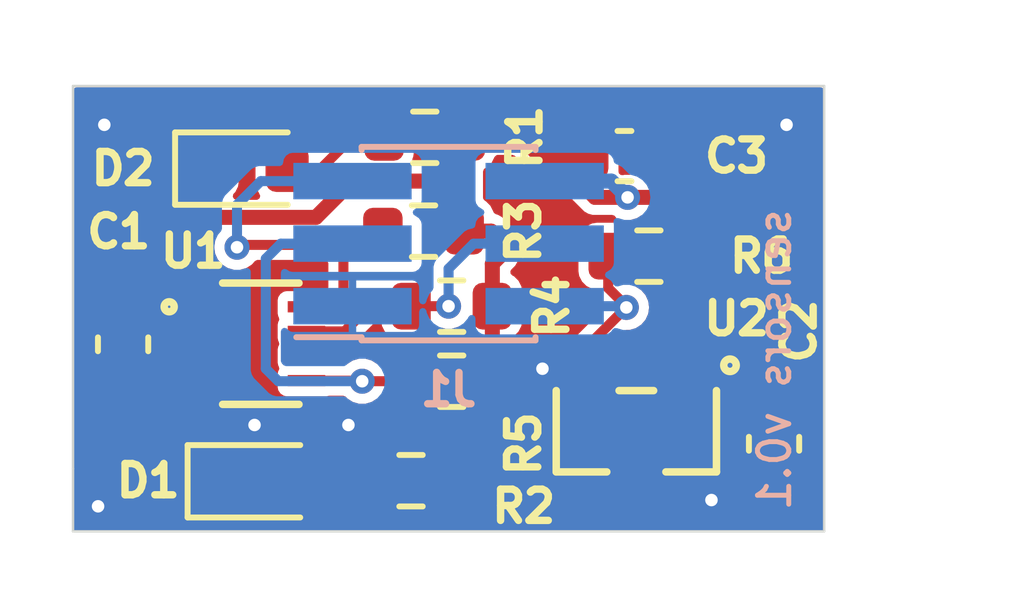
<source format=kicad_pcb>
(kicad_pcb (version 20240108) (generator "pcbnew") (generator_version "8.0")
  (layers (0 "F.Cu" signal) (1 "In1.Cu" signal) (2 "In2.Cu" signal) (31 "B.Cu" signal) (34 "B.Paste" user) (35 "F.Paste" user) (36 "B.SilkS" user "B.Silkscreen") (37 "F.SilkS" user "F.Silkscreen") (38 "B.Mask" user) (39 "F.Mask" user) (44 "Edge.Cuts" user))
  (net 0 "")
  (net 1 "+3V3")
  (net 2 "GND")
  (net 3 "Net-(D1-A)")
  (net 4 "Net-(D2-A)")
  (net 5 "/SCL")
  (net 6 "/OPT_INT")
  (net 7 "/SDA")
  (net 8 "/HAL_OUT")
  (footprint "Resistor_SMD:R_0603_1608Metric" (layer "F.Cu") (at 128.079 64.262 180)
    (property "Reference" "R4" (at -2.032 0 -90) (layer "F.SilkS") (effects (font (size 0.635 0.635))))
    (property "Value" "10K")
    (fp_line (start -0.237258 0.5225) (end 0.237258 0.5225) (stroke (width 0.12)) (layer "F.SilkS"))
    (fp_line (start -0.237258 -0.5225) (end 0.237258 -0.5225) (stroke (width 0.12)) (layer "F.SilkS"))
    (pad "1" smd roundrect (at -0.825 0 180) (size 0.8 0.95) (layers "F.Cu" "F.Paste" "F.Mask") (net 1 "+3V3"))
    (pad "2" smd roundrect (at 0.825 0 180) (size 0.8 0.95) (layers "F.Cu" "F.Paste" "F.Mask") (net 6 "/OPT_INT"))
  )
  (footprint "LED_SMD:LED_0603_1608Metric" (layer "F.Cu") (at 124.206 67.818)
    (property "Reference" "D1" (at -2.286 -0.011999 0) (layer "F.SilkS") (effects (font (size 0.635 0.635))))
    (property "Value" "LED")
    (fp_line (start -1.485 -0.735) (end -1.485 0.735) (stroke (width 0.12)) (layer "F.SilkS"))
    (fp_line (start -1.485 0.735) (end 0.8 0.735) (stroke (width 0.12)) (layer "F.SilkS"))
    (fp_line (start 0.8 -0.735) (end -1.485 -0.735) (stroke (width 0.12)) (layer "F.SilkS"))
    (pad "1" smd roundrect (at -0.7875 0) (size 0.875 0.95) (layers "F.Cu" "F.Paste" "F.Mask") (net 2 "GND"))
    (pad "2" smd roundrect (at 0.7875 0) (size 0.875 0.95) (layers "F.Cu" "F.Paste" "F.Mask") (net 3 "Net-(D1-A)"))
  )
  (footprint "Resistor_SMD:R_0603_1608Metric" (layer "F.Cu") (at 127.254 67.806001 180)
    (property "Reference" "R2" (at -2.286 -0.519999 180) (layer "F.SilkS") (effects (font (size 0.635 0.635))))
    (property "Value" "470")
    (fp_line (start -0.237258 0.5225) (end 0.237258 0.5225) (stroke (width 0.12)) (layer "F.SilkS"))
    (fp_line (start -0.237258 -0.5225) (end 0.237258 -0.5225) (stroke (width 0.12)) (layer "F.SilkS"))
    (pad "1" smd roundrect (at -0.825 0 180) (size 0.8 0.95) (layers "F.Cu" "F.Paste" "F.Mask") (net 1 "+3V3"))
    (pad "2" smd roundrect (at 0.825 0 180) (size 0.8 0.95) (layers "F.Cu" "F.Paste" "F.Mask") (net 3 "Net-(D1-A)"))
  )
  (footprint "Capacitor_SMD:C_0603_1608Metric" (layer "F.Cu") (at 131.585 61.214)
    (property "Reference" "C3" (at 2.273 0 0) (layer "F.SilkS") (effects (font (size 0.635 0.635))))
    (property "Value" "4.7uF")
    (fp_line (start -0.14058 -0.51) (end 0.14058 -0.51) (stroke (width 0.12)) (layer "F.SilkS"))
    (fp_line (start -0.14058 0.51) (end 0.14058 0.51) (stroke (width 0.12)) (layer "F.SilkS"))
    (pad "1" smd roundrect (at -0.775 0) (size 0.9 0.95) (layers "F.Cu" "F.Paste" "F.Mask") (net 1 "+3V3"))
    (pad "2" smd roundrect (at 0.775 0) (size 0.9 0.95) (layers "F.Cu" "F.Paste" "F.Mask") (net 2 "GND"))
  )
  (footprint "Capacitor_SMD:C_0603_1608Metric" (layer "F.Cu") (at 121.412 65.035999 -90)
    (property "Reference" "C1" (at -2.286 0.0889 180) (layer "F.SilkS") (effects (font (size 0.635 0.635))))
    (property "Value" "0.1uF")
    (fp_line (start -0.14058 0.51) (end 0.14058 0.51) (stroke (width 0.12)) (layer "F.SilkS"))
    (fp_line (start -0.14058 -0.51) (end 0.14058 -0.51) (stroke (width 0.12)) (layer "F.SilkS"))
    (pad "1" smd roundrect (at -0.775 0 270) (size 0.9 0.95) (layers "F.Cu" "F.Paste" "F.Mask") (net 1 "+3V3"))
    (pad "2" smd roundrect (at 0.775 0 270) (size 0.9 0.95) (layers "F.Cu" "F.Paste" "F.Mask") (net 2 "GND"))
  )
  (footprint "Resistor_SMD:R_0603_1608Metric" (layer "F.Cu") (at 127.5334 60.833 180)
    (property "Reference" "R1" (at -2.032 0 -90) (layer "F.SilkS") (effects (font (size 0.635 0.635))))
    (property "Value" "470")
    (fp_line (start -0.237258 0.5225) (end 0.237258 0.5225) (stroke (width 0.12)) (layer "F.SilkS"))
    (fp_line (start -0.237258 -0.5225) (end 0.237258 -0.5225) (stroke (width 0.12)) (layer "F.SilkS"))
    (pad "1" smd roundrect (at -0.825 0 180) (size 0.8 0.95) (layers "F.Cu" "F.Paste" "F.Mask") (net 1 "+3V3"))
    (pad "2" smd roundrect (at 0.825 0 180) (size 0.8 0.95) (layers "F.Cu" "F.Paste" "F.Mask") (net 4 "Net-(D2-A)"))
  )
  (footprint "Resistor_SMD:R_0603_1608Metric" (layer "F.Cu") (at 128.079 65.786 180)
    (property "Reference" "R5" (at -1.461 -1.27 -90) (layer "F.SilkS") (effects (font (size 0.635 0.635))))
    (property "Value" "10K")
    (fp_line (start -0.237258 0.5225) (end 0.237258 0.5225) (stroke (width 0.12)) (layer "F.SilkS"))
    (fp_line (start -0.237258 -0.5225) (end 0.237258 -0.5225) (stroke (width 0.12)) (layer "F.SilkS"))
    (pad "1" smd roundrect (at -0.825 0 180) (size 0.8 0.95) (layers "F.Cu" "F.Paste" "F.Mask") (net 1 "+3V3"))
    (pad "2" smd roundrect (at 0.825 0 180) (size 0.8 0.95) (layers "F.Cu" "F.Paste" "F.Mask") (net 5 "/SCL"))
  )
  (footprint "custom_IC:SOT-23_TO-236_TDK" (layer "F.Cu") (at 131.826 66.802 180)
    (property "Reference" "U2" (at -2.032 2.286 0) (layer "F.SilkS") (effects (font (size 0.635 0.635))))
    (property "Value" "HAL1501SU-A")
    (fp_line (start 1.6256 0.8255) (end 1.6256 -0.8255) (stroke (width 0.1524)) (layer "F.SilkS"))
    (fp_line (start 1.6256 -0.8255) (end 0.59944 -0.8255) (stroke (width 0.1524)) (layer "F.SilkS"))
    (fp_line (start -0.350561 0.8255) (end 0.350561 0.8255) (stroke (width 0.1524)) (layer "F.SilkS"))
    (fp_line (start -0.59944 -0.8255) (end -1.6256 -0.8255) (stroke (width 0.1524)) (layer "F.SilkS"))
    (fp_line (start -1.6256 -0.8255) (end -1.6256 0.8255) (stroke (width 0.1524)) (layer "F.SilkS"))
    (fp_circle (center -1.9 1.34) (end -1.773 1.34) (stroke (width 0.1524)) (fill none) (layer "F.SilkS"))
    (pad "1" smd rect (at -0.950001 0.9398 180) (size 0.5334 1.3208) (layers "F.Cu" "F.Paste" "F.Mask") (net 1 "+3V3"))
    (pad "2" smd rect (at 0.950001 0.9398 180) (size 0.5334 1.3208) (layers "F.Cu" "F.Paste" "F.Mask") (net 8 "/HAL_OUT"))
    (pad "3" smd rect (at 0 -0.9398 180) (size 0.5334 1.3208) (layers "F.Cu" "F.Paste" "F.Mask") (net 2 "GND"))
  )
  (footprint "Resistor_SMD:R_0603_1608Metric" (layer "F.Cu") (at 132.08 63.246 180)
    (property "Reference" "R6" (at -2.286 0 180) (layer "F.SilkS") (effects (font (size 0.635 0.635))))
    (property "Value" "10K")
    (fp_line (start -0.237258 0.5225) (end 0.237258 0.5225) (stroke (width 0.12)) (layer "F.SilkS"))
    (fp_line (start -0.237258 -0.5225) (end 0.237258 -0.5225) (stroke (width 0.12)) (layer "F.SilkS"))
    (pad "1" smd roundrect (at -0.825 0 180) (size 0.8 0.95) (layers "F.Cu" "F.Paste" "F.Mask") (net 1 "+3V3"))
    (pad "2" smd roundrect (at 0.825 0 180) (size 0.8 0.95) (layers "F.Cu" "F.Paste" "F.Mask") (net 8 "/HAL_OUT"))
  )
  (footprint "custom_IC:FCSOT8_DTS_TEX" (layer "F.Cu") (at 124.206 65.024)
    (property "Reference" "U1" (at -1.3716 -1.8796 0) (layer "F.SilkS") (effects (font (size 0.635 0.635))))
    (property "Value" "OPT4060DTSR")
    (fp_line (start -0.7747 1.2319) (end 0.7747 1.2319) (stroke (width 0.1524)) (layer "F.SilkS"))
    (fp_line (start 0.7747 -1.2319) (end -0.7747 -1.2319) (stroke (width 0.1524)) (layer "F.SilkS"))
    (fp_circle (center -1.8589 -0.75) (end -1.7573 -0.75) (stroke (width 0.1524)) (fill none) (layer "F.SilkS"))
    (pad "1" smd rect (at -0.9271 -0.750001) (size 0.762 0.2286) (layers "F.Cu" "F.Paste" "F.Mask") (net 1 "+3V3"))
    (pad "2" smd rect (at -0.9271 -0.25) (size 0.762 0.2286) (layers "F.Cu" "F.Paste" "F.Mask") (net 2 "GND"))
    (pad "3" smd rect (at -0.9271 0.25) (size 0.762 0.2286) (layers "F.Cu" "F.Paste" "F.Mask"))
    (pad "4" smd rect (at -0.9271 0.750001) (size 0.762 0.2286) (layers "F.Cu" "F.Paste" "F.Mask") (net 2 "GND"))
    (pad "5" smd rect (at 0.9271 0.750001) (size 0.762 0.2286) (layers "F.Cu" "F.Paste" "F.Mask") (net 5 "/SCL"))
    (pad "6" smd rect (at 0.9271 0.25) (size 0.762 0.2286) (layers "F.Cu" "F.Paste" "F.Mask"))
    (pad "7" smd rect (at 0.9271 -0.25) (size 0.762 0.2286) (layers "F.Cu" "F.Paste" "F.Mask") (net 6 "/OPT_INT"))
    (pad "8" smd rect (at 0.9271 -0.750001) (size 0.762 0.2286) (layers "F.Cu" "F.Paste" "F.Mask") (net 7 "/SDA"))
  )
  (footprint "Capacitor_SMD:C_0603_1608Metric" (layer "F.Cu") (at 134.62 67.056 -90)
    (property "Reference" "C2" (at -2.286 -0.508 90) (layer "F.SilkS") (effects (font (size 0.635 0.635))))
    (property "Value" "0.1uF")
    (fp_line (start -0.14058 0.51) (end 0.14058 0.51) (stroke (width 0.12)) (layer "F.SilkS"))
    (fp_line (start -0.14058 -0.51) (end 0.14058 -0.51) (stroke (width 0.12)) (layer "F.SilkS"))
    (pad "1" smd roundrect (at -0.775 0 270) (size 0.9 0.95) (layers "F.Cu" "F.Paste" "F.Mask") (net 1 "+3V3"))
    (pad "2" smd roundrect (at 0.775 0 270) (size 0.9 0.95) (layers "F.Cu" "F.Paste" "F.Mask") (net 2 "GND"))
  )
  (footprint "LED_SMD:LED_0603_1608Metric" (layer "F.Cu") (at 123.952 61.468)
    (property "Reference" "D2" (at -2.54 0 0) (layer "F.SilkS") (effects (font (size 0.635 0.635))))
    (property "Value" "LED")
    (fp_line (start -1.485 -0.735) (end -1.485 0.735) (stroke (width 0.12)) (layer "F.SilkS"))
    (fp_line (start -1.485 0.735) (end 0.8 0.735) (stroke (width 0.12)) (layer "F.SilkS"))
    (fp_line (start 0.8 -0.735) (end -1.485 -0.735) (stroke (width 0.12)) (layer "F.SilkS"))
    (pad "1" smd roundrect (at -0.7875 0) (size 0.875 0.95) (layers "F.Cu" "F.Paste" "F.Mask") (net 2 "GND"))
    (pad "2" smd roundrect (at 0.7875 0) (size 0.875 0.95) (layers "F.Cu" "F.Paste" "F.Mask") (net 4 "Net-(D2-A)"))
  )
  (footprint "Resistor_SMD:R_0603_1608Metric" (layer "F.Cu") (at 127.508 62.738 180)
    (property "Reference" "R3" (at -2.032 0 -90) (layer "F.SilkS") (effects (font (size 0.635 0.635))))
    (property "Value" "10K")
    (fp_line (start -0.237258 0.5225) (end 0.237258 0.5225) (stroke (width 0.12)) (layer "F.SilkS"))
    (fp_line (start -0.237258 -0.5225) (end 0.237258 -0.5225) (stroke (width 0.12)) (layer "F.SilkS"))
    (pad "1" smd roundrect (at -0.825 0 180) (size 0.8 0.95) (layers "F.Cu" "F.Paste" "F.Mask") (net 1 "+3V3"))
    (pad "2" smd roundrect (at 0.825 0 180) (size 0.8 0.95) (layers "F.Cu" "F.Paste" "F.Mask") (net 7 "/SDA"))
  )
  (footprint "Connector_PinHeader_1.27mm:PinHeader_2x03_P1.27mm_Vertical_SMD" (layer "B.Cu") (at 128.016 62.992)
    (property "Reference" "J1" (at 0 2.965 0) (layer "B.SilkS") (effects (font (size 0.635 0.635)) (justify mirror)))
    (property "Value" "Conn_02x03_SMT")
    (fp_line (start -1.765 -1.965) (end -1.765 -1.9) (stroke (width 0.12)) (layer "B.SilkS"))
    (fp_line (start -1.765 1.9) (end -3.09 1.9) (stroke (width 0.12)) (layer "B.SilkS"))
    (fp_line (start -1.765 1.9) (end -1.765 1.965) (stroke (width 0.12)) (layer "B.SilkS"))
    (fp_line (start 1.765 -1.965) (end -1.765 -1.965) (stroke (width 0.12)) (layer "B.SilkS"))
    (fp_line (start 1.765 -1.965) (end 1.765 -1.9) (stroke (width 0.12)) (layer "B.SilkS"))
    (fp_line (start 1.765 1.9) (end 1.765 1.965) (stroke (width 0.12)) (layer "B.SilkS"))
    (fp_line (start 1.765 1.965) (end -1.765 1.965) (stroke (width 0.12)) (layer "B.SilkS"))
    (pad "1" smd rect (at -1.95 1.27) (size 2.4 0.74) (layers "B.Cu" "B.Paste" "B.Mask") (net 2 "GND"))
    (pad "2" smd rect (at 1.95 1.27) (size 2.4 0.74) (layers "B.Cu" "B.Paste" "B.Mask") (net 8 "/HAL_OUT"))
    (pad "3" smd rect (at -1.95 0) (size 2.4 0.74) (layers "B.Cu" "B.Paste" "B.Mask") (net 5 "/SCL"))
    (pad "4" smd rect (at 1.95 0) (size 2.4 0.74) (layers "B.Cu" "B.Paste" "B.Mask") (net 6 "/OPT_INT"))
    (pad "5" smd rect (at -1.95 -1.27) (size 2.4 0.74) (layers "B.Cu" "B.Paste" "B.Mask") (net 7 "/SDA"))
    (pad "6" smd rect (at 1.95 -1.27) (size 2.4 0.74) (layers "B.Cu" "B.Paste" "B.Mask") (net 1 "+3V3"))
  )
  (gr_line (start 135.636 59.7916) (end 120.396 59.7916) (stroke (width 0.05)) (layer "Edge.Cuts"))
  (gr_line (start 120.396 67.564) (end 120.396 68.834) (stroke (width 0.05)) (layer "Edge.Cuts"))
  (gr_line (start 135.636 68.834) (end 135.636 59.7916) (stroke (width 0.05)) (layer "Edge.Cuts"))
  (gr_line (start 120.396 59.7916) (end 120.396 67.564) (stroke (width 0.05)) (layer "Edge.Cuts"))
  (gr_line (start 120.396 68.834) (end 135.636 68.834) (stroke (width 0.05)) (layer "Edge.Cuts"))
  (gr_text "sensors v0.1" (at 135.001 62.23 90) (layer "B.SilkS") (effects (font (size 0.635 0.635) (thickness 0.1)) (justify left bottom mirror)))
  (segment (start 129.8702 61.214) (end 129.4892 60.833) (width 0.3048) (layer "F.Cu") (net 1))
  (segment (start 128.3584 60.833) (end 128.3584 61.722) (width 0.3048) (layer "F.Cu") (net 1))
  (segment (start 133.3754 65.8622) (end 132.776001 65.8622) (width 0.3048) (layer "F.Cu") (net 1))
  (segment (start 128.3584 62.7126) (end 128.333 62.738) (width 0.3048) (layer "F.Cu") (net 1))
  (segment (start 130.9878 62.0522) (end 130.81 61.8744) (width 0.3048) (layer "F.Cu") (net 1))
  (segment (start 133.477 64.5414) (end 134.1374 64.5414) (width 0.3048) (layer "F.Cu") (net 1))
  (segment (start 132.905 63.246) (end 132.905 63.9694) (width 0.3048) (layer "F.Cu") (net 1))
  (segment (start 132.5372 62.0522) (end 132.905 62.42) (width 0.3048) (layer "F.Cu") (net 1))
  (segment (start 128.079 67.806001) (end 128.662999 67.806001) (width 0.3048) (layer "F.Cu") (net 1))
  (segment (start 128.904 63.3994) (end 129.0828 63.2206) (width 0.3048) (layer "F.Cu") (net 1))
  (segment (start 121.425 64.273999) (end 121.412 64.260999) (width 0.2032) (layer "F.Cu") (net 1))
  (segment (start 134.62 66.281) (end 133.7942 66.281) (width 0.3048) (layer "F.Cu") (net 1))
  (segment (start 128.8796 62.738) (end 128.333 62.738) (width 0.3048) (layer "F.Cu") (net 1))
  (segment (start 134.62 65.024) (end 134.62 66.281) (width 0.3048) (layer "F.Cu") (net 1))
  (segment (start 122.2756 62.4586) (end 121.412 63.3222) (width 0.3048) (layer "F.Cu") (net 1))
  (segment (start 128.904 65.786) (end 128.904 64.262) (width 0.3048) (layer "F.Cu") (net 1))
  (segment (start 129.4892 60.833) (end 128.3584 60.833) (width 0.3048) (layer "F.Cu") (net 1))
  (segment (start 132.905 63.9694) (end 133.477 64.5414) (width 0.3048) (layer "F.Cu") (net 1))
  (segment (start 134.1374 64.5414) (end 134.62 65.024) (width 0.3048) (layer "F.Cu") (net 1))
  (segment (start 128.3584 61.722) (end 126.0602 61.722) (width 0.3048) (layer "F.Cu") (net 1))
  (segment (start 132.905 62.42) (end 132.905 63.246) (width 0.3048) (layer "F.Cu") (net 1))
  (segment (start 128.904 64.262) (end 128.904 63.3994) (width 0.3048) (layer "F.Cu") (net 1))
  (segment (start 129.0828 63.2206) (end 129.0828 62.9412) (width 0.3048) (layer "F.Cu") (net 1))
  (segment (start 128.3584 61.722) (end 128.3584 62.7126) (width 0.3048) (layer "F.Cu") (net 1))
  (segment (start 128.904 67.565) (end 128.904 65.786) (width 0.3048) (layer "F.Cu") (net 1))
  (segment (start 131.6482 62.0522) (end 132.5372 62.0522) (width 0.3048) (layer "F.Cu") (net 1))
  (segment (start 121.412 63.3222) (end 121.412 64.260999) (width 0.3048) (layer "F.Cu") (net 1))
  (segment (start 130.81 61.8744) (end 130.81 61.214) (width 0.3048) (layer "F.Cu") (net 1))
  (segment (start 128.662999 67.806001) (end 128.904 67.565) (width 0.3048) (layer "F.Cu") (net 1))
  (segment (start 129.0828 62.9412) (end 128.8796 62.738) (width 0.3048) (layer "F.Cu") (net 1))
  (segment (start 125.3236 62.4586) (end 122.2756 62.4586) (width 0.3048) (layer "F.Cu") (net 1))
  (segment (start 131.6482 62.0522) (end 130.9878 62.0522) (width 0.3048) (layer "F.Cu") (net 1))
  (segment (start 126.0602 61.722) (end 125.3236 62.4586) (width 0.3048) (layer "F.Cu") (net 1))
  (segment (start 130.81 61.214) (end 129.8702 61.214) (width 0.3048) (layer "F.Cu") (net 1))
  (segment (start 123.2789 64.273999) (end 121.425 64.273999) (width 0.2032) (layer "F.Cu") (net 1))
  (segment (start 133.7942 66.281) (end 133.3754 65.8622) (width 0.3048) (layer "F.Cu") (net 1))
  (via (at 131.6482 62.0522) (size 0.508) (drill 0.254) (layers "F.Cu" "B.Cu") (net 1))
  (segment (start 129.966 61.722) (end 131.318 61.722) (width 0.3048) (layer "B.Cu") (net 1))
  (segment (start 131.318 61.722) (end 131.6482 62.0522) (width 0.3048) (layer "B.Cu") (net 1))
  (via (at 129.921 65.532) (size 0.508) (drill 0.254) (layers "F.Cu" "B.Cu") (net 2))
  (via (at 133.35 68.199) (size 0.508) (drill 0.254) (layers "F.Cu" "B.Cu") (net 2))
  (via (at 125.984 66.675) (size 0.508) (drill 0.254) (layers "F.Cu" "B.Cu") (net 2))
  (via (at 124.079 66.675) (size 0.508) (drill 0.254) (layers "F.Cu" "B.Cu") (net 2))
  (via (at 121.031 60.579) (size 0.508) (drill 0.254) (layers "F.Cu" "B.Cu") (net 2))
  (via (at 134.874 60.579) (size 0.508) (drill 0.254) (layers "F.Cu" "B.Cu") (net 2))
  (via (at 120.904 68.326) (size 0.508) (drill 0.254) (layers "F.Cu" "B.Cu") (net 2))
  (segment (start 126.417001 67.818) (end 126.429 67.806001) (width 0.2032) (layer "F.Cu") (net 3))
  (segment (start 124.9935 67.818) (end 126.417001 67.818) (width 0.2032) (layer "F.Cu") (net 3))
  (segment (start 125.4252 61.468) (end 126.0602 60.833) (width 0.2032) (layer "F.Cu") (net 4))
  (segment (start 126.0602 60.833) (end 126.7084 60.833) (width 0.2032) (layer "F.Cu") (net 4))
  (segment (start 124.7395 61.468) (end 125.4252 61.468) (width 0.2032) (layer "F.Cu") (net 4))
  (segment (start 126.2634 65.786) (end 127.254 65.786) (width 0.2032) (layer "F.Cu") (net 5))
  (segment (start 125.1331 65.774001) (end 126.251401 65.774001) (width 0.2032) (layer "F.Cu") (net 5))
  (segment (start 126.251401 65.774001) (end 126.2634 65.786) (width 0.2032) (layer "F.Cu") (net 5))
  (via (at 126.2634 65.786) (size 0.508) (drill 0.254) (layers "F.Cu" "B.Cu") (net 5))
  (segment (start 124.3076 65.532) (end 124.3076 63.2968) (width 0.2032) (layer "B.Cu") (net 5))
  (segment (start 124.6124 62.992) (end 126.066 62.992) (width 0.2032) (layer "B.Cu") (net 5))
  (segment (start 124.5616 65.786) (end 124.3076 65.532) (width 0.2032) (layer "B.Cu") (net 5))
  (segment (start 126.2634 65.786) (end 124.5616 65.786) (width 0.2032) (layer "B.Cu") (net 5))
  (segment (start 124.3076 63.2968) (end 124.6124 62.992) (width 0.2032) (layer "B.Cu") (net 5))
  (segment (start 126.4158 64.262) (end 127.254 64.262) (width 0.2032) (layer "F.Cu") (net 6))
  (segment (start 127.254 64.262) (end 128.016 64.262) (width 0.2032) (layer "F.Cu") (net 6))
  (segment (start 125.9038 64.774) (end 126.4158 64.262) (width 0.2032) (layer "F.Cu") (net 6))
  (segment (start 125.1331 64.774) (end 125.9038 64.774) (width 0.2032) (layer "F.Cu") (net 6))
  (via (at 128.016 64.262) (size 0.508) (drill 0.254) (layers "F.Cu" "B.Cu") (net 6))
  (segment (start 128.016 63.5) (end 128.524 62.992) (width 0.2032) (layer "B.Cu") (net 6))
  (segment (start 128.016 64.262) (end 128.016 63.5) (width 0.2032) (layer "B.Cu") (net 6))
  (segment (start 128.524 62.992) (end 129.966 62.992) (width 0.2032) (layer "B.Cu") (net 6))
  (segment (start 125.8824 64.135) (end 125.8824 63.0174) (width 0.2032) (layer "F.Cu") (net 7))
  (segment (start 125.8824 63.0174) (end 126.1618 62.738) (width 0.2032) (layer "F.Cu") (net 7))
  (segment (start 125.743401 64.273999) (end 125.8824 64.135) (width 0.2032) (layer "F.Cu") (net 7))
  (segment (start 123.771 63.0174) (end 125.8824 63.0174) (width 0.2032) (layer "F.Cu") (net 7))
  (segment (start 125.1331 64.273999) (end 125.743401 64.273999) (width 0.2032) (layer "F.Cu") (net 7))
  (segment (start 126.1618 62.738) (end 126.683 62.738) (width 0.2032) (layer "F.Cu") (net 7))
  (segment (start 123.7234 63.065) (end 123.771 63.0174) (width 0.2032) (layer "F.Cu") (net 7))
  (via (at 123.7234 63.065) (size 0.508) (drill 0.254) (layers "F.Cu" "B.Cu") (net 7))
  (segment (start 123.7234 62.2046) (end 124.206 61.722) (width 0.2032) (layer "B.Cu") (net 7))
  (segment (start 124.206 61.722) (end 126.066 61.722) (width 0.2032) (layer "B.Cu") (net 7))
  (segment (start 123.7234 63.065) (end 123.7234 62.2046) (width 0.2032) (layer "B.Cu") (net 7))
  (segment (start 130.875999 65.034201) (end 131.6228 64.2874) (width 0.2032) (layer "F.Cu") (net 8))
  (segment (start 130.875999 65.8622) (end 130.875999 65.034201) (width 0.2032) (layer "F.Cu") (net 8))
  (segment (start 131.6228 64.262) (end 131.255 63.8942) (width 0.2032) (layer "F.Cu") (net 8))
  (segment (start 131.255 63.8942) (end 131.255 63.246) (width 0.2032) (layer "F.Cu") (net 8))
  (segment (start 131.6228 64.2874) (end 131.6228 64.262) (width 0.2032) (layer "F.Cu") (net 8))
  (via (at 131.6228 64.2874) (size 0.508) (drill 0.254) (layers "F.Cu" "B.Cu") (net 8))
  (segment (start 131.5974 64.262) (end 131.6228 64.2874) (width 0.2032) (layer "B.Cu") (net 8))
  (segment (start 129.966 64.262) (end 131.5974 64.262) (width 0.2032) (layer "B.Cu") (net 8))
  (zone (net 2) (net_name "GND") (layers "F&B.Cu") (connect_pads (clearance 0.2032)) (min_thickness 0.1524) (fill yes (thermal_gap 0.1524) (thermal_bridge_width 0.1524))
    (polygon (pts (xy 120.396 59.817) (xy 135.636 59.817) (xy 135.636 68.834) (xy 120.396 68.834)))
  )
)
</source>
